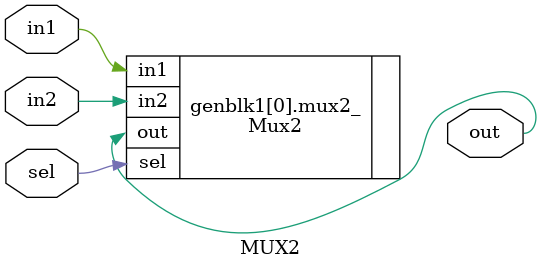
<source format=sv>
/* 2:1 Multiplexer.
 *
 *
 */
module MUX2  #(
    parameter WIDTH = 1
)(
    input  wire [WIDTH-1:0] in1,
    input  wire [WIDTH-1:0] in2,
    input  wire             sel,
    output wire [WIDTH-1:0] out
);

    genvar i;
    generate
    for (i = 0; i < WIDTH; i = i + 1) begin
        Mux2 mux2_(.in1(in1[i]), .in2(in2[i]), .sel(sel), .out(out[i]));
    end
    endgenerate

endmodule

</source>
